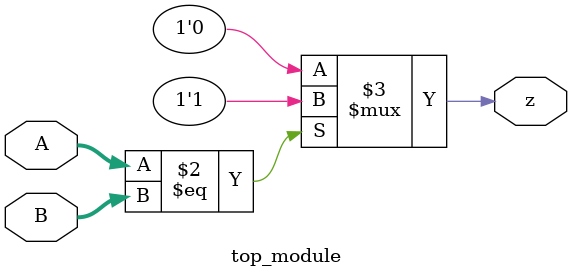
<source format=sv>
module top_module(
    input [1:0] A,
    input [1:0] B,
    output reg z
);

always @* begin
    z = (A == B) ? 1'b1 : 1'b0;
end

endmodule

</source>
